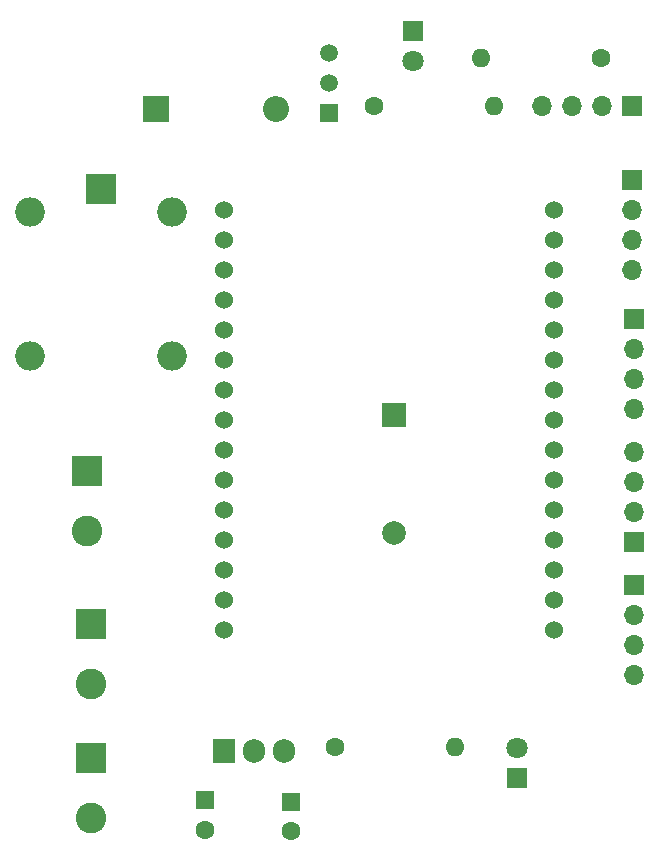
<source format=gbr>
%TF.GenerationSoftware,KiCad,Pcbnew,(5.1.12)-1*%
%TF.CreationDate,2022-02-17T13:12:57+05:30*%
%TF.ProjectId,vehilcletheftdetection,76656869-6c63-46c6-9574-686566746465,rev?*%
%TF.SameCoordinates,Original*%
%TF.FileFunction,Soldermask,Top*%
%TF.FilePolarity,Negative*%
%FSLAX46Y46*%
G04 Gerber Fmt 4.6, Leading zero omitted, Abs format (unit mm)*
G04 Created by KiCad (PCBNEW (5.1.12)-1) date 2022-02-17 13:12:57*
%MOMM*%
%LPD*%
G01*
G04 APERTURE LIST*
%ADD10O,1.600000X1.600000*%
%ADD11C,1.600000*%
%ADD12R,1.500000X1.500000*%
%ADD13C,1.500000*%
%ADD14O,2.500000X2.500000*%
%ADD15R,2.500000X2.500000*%
%ADD16C,2.600000*%
%ADD17R,2.600000X2.600000*%
%ADD18C,1.524000*%
%ADD19O,1.905000X2.000000*%
%ADD20R,1.905000X2.000000*%
%ADD21O,1.700000X1.700000*%
%ADD22R,1.700000X1.700000*%
%ADD23C,1.800000*%
%ADD24R,1.800000X1.800000*%
%ADD25O,2.200000X2.200000*%
%ADD26R,2.200000X2.200000*%
%ADD27R,1.600000X1.600000*%
%ADD28R,2.000000X2.000000*%
%ADD29C,2.000000*%
G04 APERTURE END LIST*
D10*
%TO.C,R1*%
X67500500Y-101854000D03*
D11*
X57340500Y-101854000D03*
%TD*%
D10*
%TO.C,R3*%
X69723000Y-43561000D03*
D11*
X79883000Y-43561000D03*
%TD*%
D12*
%TO.C,Q1*%
X56832500Y-48196500D03*
D13*
X56832500Y-43116500D03*
X56832500Y-45656500D03*
%TD*%
D14*
%TO.C,K1*%
X43592000Y-56610000D03*
X43592000Y-68810000D03*
X31592000Y-68810000D03*
X31592000Y-56610000D03*
D15*
X37592000Y-54610000D03*
%TD*%
D16*
%TO.C,J8*%
X36703000Y-96520000D03*
D17*
X36703000Y-91440000D03*
%TD*%
D18*
%TO.C,U2*%
X75934600Y-56409100D03*
X75934600Y-58949100D03*
X75934600Y-61489100D03*
X75934600Y-64029100D03*
X75934600Y-66569100D03*
X75934600Y-69109100D03*
X75934600Y-71649100D03*
X75934600Y-74189100D03*
X75934600Y-76729100D03*
X75934600Y-79269100D03*
X75934600Y-81809100D03*
X75934600Y-84349100D03*
X75934600Y-86889100D03*
X75934600Y-89429100D03*
X75934600Y-91969100D03*
X47994600Y-91969100D03*
X47994600Y-89429100D03*
X47994600Y-86889100D03*
X47994600Y-84349100D03*
X47994600Y-81809100D03*
X47994600Y-79269100D03*
X47994600Y-76729100D03*
X47994600Y-74189100D03*
X47994600Y-71649100D03*
X47994600Y-69109100D03*
X47994600Y-66569100D03*
X47994600Y-64029100D03*
X47994600Y-61489100D03*
X47994600Y-58949100D03*
X47994600Y-56409100D03*
%TD*%
D19*
%TO.C,U1*%
X53022500Y-102235000D03*
X50482500Y-102235000D03*
D20*
X47942500Y-102235000D03*
%TD*%
D10*
%TO.C,R2*%
X70802500Y-47561500D03*
D11*
X60642500Y-47561500D03*
%TD*%
D21*
%TO.C,J7*%
X82677000Y-95758000D03*
X82677000Y-93218000D03*
X82677000Y-90678000D03*
D22*
X82677000Y-88138000D03*
%TD*%
D16*
%TO.C,J6*%
X36385500Y-83566000D03*
D17*
X36385500Y-78486000D03*
%TD*%
D21*
%TO.C,J5*%
X82550000Y-61468000D03*
X82550000Y-58928000D03*
X82550000Y-56388000D03*
D22*
X82550000Y-53848000D03*
%TD*%
D21*
%TO.C,J4*%
X74866500Y-47561500D03*
X77406500Y-47561500D03*
X79946500Y-47561500D03*
D22*
X82486500Y-47561500D03*
%TD*%
D21*
%TO.C,J3*%
X82677000Y-73279000D03*
X82677000Y-70739000D03*
X82677000Y-68199000D03*
D22*
X82677000Y-65659000D03*
%TD*%
D21*
%TO.C,J2*%
X82677000Y-76898500D03*
X82677000Y-79438500D03*
X82677000Y-81978500D03*
D22*
X82677000Y-84518500D03*
%TD*%
D16*
%TO.C,J1*%
X36703000Y-107886500D03*
D17*
X36703000Y-102806500D03*
%TD*%
D23*
%TO.C,D3*%
X63944500Y-43815000D03*
D24*
X63944500Y-41275000D03*
%TD*%
D25*
%TO.C,D2*%
X52387500Y-47879000D03*
D26*
X42227500Y-47879000D03*
%TD*%
D23*
%TO.C,D1*%
X72771000Y-101917500D03*
D24*
X72771000Y-104457500D03*
%TD*%
D11*
%TO.C,C2*%
X53657500Y-108989500D03*
D27*
X53657500Y-106489500D03*
%TD*%
D11*
%TO.C,C1*%
X46355000Y-108862500D03*
D27*
X46355000Y-106362500D03*
%TD*%
D28*
%TO.C,BZ1*%
X62382400Y-73774300D03*
D29*
X62382400Y-83774300D03*
%TD*%
M02*

</source>
